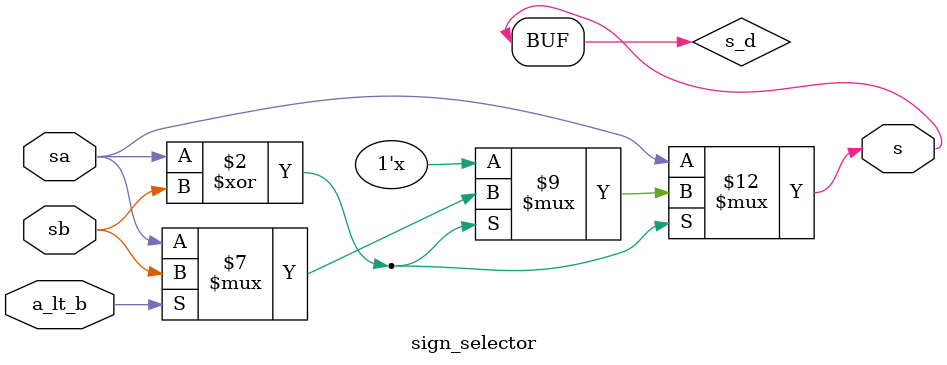
<source format=v>
/* This module makes the selection of which value(A or B)
* sign should be propagated further in the following way:
* 
* if signs different then
*   if mantisaA < mantisa B then
*       propagate sign_bit_B
*   otherwise
*       propagate sign_bit_A
*   endif
* otherwise
*   propagate sign_bit_A
* endif
*
*/

module sign_selector(sa, sb, a_lt_b, s);
    input   sa;
    input   sb;
    input   a_lt_b;

    output  s;

    //internal connections
    reg s_d;

    always @(*) begin
        if( (sa ^ sb) == 1'b1) begin
            if(a_lt_b == 1'b1)
                s_d = sb;
            else
                s_d = sa;
        end else begin
            s_d = sa;
        end
    end

    assign s = s_d;
endmodule

</source>
